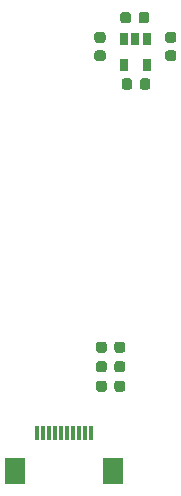
<source format=gbr>
%TF.GenerationSoftware,KiCad,Pcbnew,5.1.7-a382d34a8~88~ubuntu20.04.1*%
%TF.CreationDate,2020-12-22T17:38:33+00:00*%
%TF.ProjectId,DisplayBreakoutBoard,44697370-6c61-4794-9272-65616b6f7574,v1*%
%TF.SameCoordinates,Original*%
%TF.FileFunction,Paste,Top*%
%TF.FilePolarity,Positive*%
%FSLAX46Y46*%
G04 Gerber Fmt 4.6, Leading zero omitted, Abs format (unit mm)*
G04 Created by KiCad (PCBNEW 5.1.7-a382d34a8~88~ubuntu20.04.1) date 2020-12-22 17:38:33*
%MOMM*%
%LPD*%
G01*
G04 APERTURE LIST*
%ADD10R,0.650000X1.060000*%
%ADD11R,1.800000X2.200000*%
%ADD12R,0.300000X1.300000*%
G04 APERTURE END LIST*
%TO.C,C1*%
G36*
G01*
X69050000Y-44625000D02*
X68550000Y-44625000D01*
G75*
G02*
X68325000Y-44400000I0J225000D01*
G01*
X68325000Y-43950000D01*
G75*
G02*
X68550000Y-43725000I225000J0D01*
G01*
X69050000Y-43725000D01*
G75*
G02*
X69275000Y-43950000I0J-225000D01*
G01*
X69275000Y-44400000D01*
G75*
G02*
X69050000Y-44625000I-225000J0D01*
G01*
G37*
G36*
G01*
X69050000Y-43075000D02*
X68550000Y-43075000D01*
G75*
G02*
X68325000Y-42850000I0J225000D01*
G01*
X68325000Y-42400000D01*
G75*
G02*
X68550000Y-42175000I225000J0D01*
G01*
X69050000Y-42175000D01*
G75*
G02*
X69275000Y-42400000I0J-225000D01*
G01*
X69275000Y-42850000D01*
G75*
G02*
X69050000Y-43075000I-225000J0D01*
G01*
G37*
%TD*%
%TO.C,C2*%
G36*
G01*
X63050000Y-43075000D02*
X62550000Y-43075000D01*
G75*
G02*
X62325000Y-42850000I0J225000D01*
G01*
X62325000Y-42400000D01*
G75*
G02*
X62550000Y-42175000I225000J0D01*
G01*
X63050000Y-42175000D01*
G75*
G02*
X63275000Y-42400000I0J-225000D01*
G01*
X63275000Y-42850000D01*
G75*
G02*
X63050000Y-43075000I-225000J0D01*
G01*
G37*
G36*
G01*
X63050000Y-44625000D02*
X62550000Y-44625000D01*
G75*
G02*
X62325000Y-44400000I0J225000D01*
G01*
X62325000Y-43950000D01*
G75*
G02*
X62550000Y-43725000I225000J0D01*
G01*
X63050000Y-43725000D01*
G75*
G02*
X63275000Y-43950000I0J-225000D01*
G01*
X63275000Y-44400000D01*
G75*
G02*
X63050000Y-44625000I-225000J0D01*
G01*
G37*
%TD*%
%TO.C,C3*%
G36*
G01*
X64525000Y-41200000D02*
X64525000Y-40700000D01*
G75*
G02*
X64750000Y-40475000I225000J0D01*
G01*
X65200000Y-40475000D01*
G75*
G02*
X65425000Y-40700000I0J-225000D01*
G01*
X65425000Y-41200000D01*
G75*
G02*
X65200000Y-41425000I-225000J0D01*
G01*
X64750000Y-41425000D01*
G75*
G02*
X64525000Y-41200000I0J225000D01*
G01*
G37*
G36*
G01*
X66075000Y-41200000D02*
X66075000Y-40700000D01*
G75*
G02*
X66300000Y-40475000I225000J0D01*
G01*
X66750000Y-40475000D01*
G75*
G02*
X66975000Y-40700000I0J-225000D01*
G01*
X66975000Y-41200000D01*
G75*
G02*
X66750000Y-41425000I-225000J0D01*
G01*
X66300000Y-41425000D01*
G75*
G02*
X66075000Y-41200000I0J225000D01*
G01*
G37*
%TD*%
%TO.C,C4*%
G36*
G01*
X66175000Y-46825000D02*
X66175000Y-46325000D01*
G75*
G02*
X66400000Y-46100000I225000J0D01*
G01*
X66850000Y-46100000D01*
G75*
G02*
X67075000Y-46325000I0J-225000D01*
G01*
X67075000Y-46825000D01*
G75*
G02*
X66850000Y-47050000I-225000J0D01*
G01*
X66400000Y-47050000D01*
G75*
G02*
X66175000Y-46825000I0J225000D01*
G01*
G37*
G36*
G01*
X64625000Y-46825000D02*
X64625000Y-46325000D01*
G75*
G02*
X64850000Y-46100000I225000J0D01*
G01*
X65300000Y-46100000D01*
G75*
G02*
X65525000Y-46325000I0J-225000D01*
G01*
X65525000Y-46825000D01*
G75*
G02*
X65300000Y-47050000I-225000J0D01*
G01*
X64850000Y-47050000D01*
G75*
G02*
X64625000Y-46825000I0J225000D01*
G01*
G37*
%TD*%
%TO.C,C5*%
G36*
G01*
X63375000Y-68600000D02*
X63375000Y-69100000D01*
G75*
G02*
X63150000Y-69325000I-225000J0D01*
G01*
X62700000Y-69325000D01*
G75*
G02*
X62475000Y-69100000I0J225000D01*
G01*
X62475000Y-68600000D01*
G75*
G02*
X62700000Y-68375000I225000J0D01*
G01*
X63150000Y-68375000D01*
G75*
G02*
X63375000Y-68600000I0J-225000D01*
G01*
G37*
G36*
G01*
X64925000Y-68600000D02*
X64925000Y-69100000D01*
G75*
G02*
X64700000Y-69325000I-225000J0D01*
G01*
X64250000Y-69325000D01*
G75*
G02*
X64025000Y-69100000I0J225000D01*
G01*
X64025000Y-68600000D01*
G75*
G02*
X64250000Y-68375000I225000J0D01*
G01*
X64700000Y-68375000D01*
G75*
G02*
X64925000Y-68600000I0J-225000D01*
G01*
G37*
%TD*%
%TO.C,C6*%
G36*
G01*
X62475000Y-70750000D02*
X62475000Y-70250000D01*
G75*
G02*
X62700000Y-70025000I225000J0D01*
G01*
X63150000Y-70025000D01*
G75*
G02*
X63375000Y-70250000I0J-225000D01*
G01*
X63375000Y-70750000D01*
G75*
G02*
X63150000Y-70975000I-225000J0D01*
G01*
X62700000Y-70975000D01*
G75*
G02*
X62475000Y-70750000I0J225000D01*
G01*
G37*
G36*
G01*
X64025000Y-70750000D02*
X64025000Y-70250000D01*
G75*
G02*
X64250000Y-70025000I225000J0D01*
G01*
X64700000Y-70025000D01*
G75*
G02*
X64925000Y-70250000I0J-225000D01*
G01*
X64925000Y-70750000D01*
G75*
G02*
X64700000Y-70975000I-225000J0D01*
G01*
X64250000Y-70975000D01*
G75*
G02*
X64025000Y-70750000I0J225000D01*
G01*
G37*
%TD*%
%TO.C,C7*%
G36*
G01*
X62475000Y-72400000D02*
X62475000Y-71900000D01*
G75*
G02*
X62700000Y-71675000I225000J0D01*
G01*
X63150000Y-71675000D01*
G75*
G02*
X63375000Y-71900000I0J-225000D01*
G01*
X63375000Y-72400000D01*
G75*
G02*
X63150000Y-72625000I-225000J0D01*
G01*
X62700000Y-72625000D01*
G75*
G02*
X62475000Y-72400000I0J225000D01*
G01*
G37*
G36*
G01*
X64025000Y-72400000D02*
X64025000Y-71900000D01*
G75*
G02*
X64250000Y-71675000I225000J0D01*
G01*
X64700000Y-71675000D01*
G75*
G02*
X64925000Y-71900000I0J-225000D01*
G01*
X64925000Y-72400000D01*
G75*
G02*
X64700000Y-72625000I-225000J0D01*
G01*
X64250000Y-72625000D01*
G75*
G02*
X64025000Y-72400000I0J225000D01*
G01*
G37*
%TD*%
D10*
%TO.C,IC1*%
X66750000Y-42725000D03*
X65800000Y-42725000D03*
X64850000Y-42725000D03*
X64850000Y-44925000D03*
X66750000Y-44925000D03*
%TD*%
D11*
%TO.C,J2*%
X63900000Y-79350000D03*
X55600000Y-79350000D03*
D12*
X62000000Y-76100000D03*
X61500000Y-76100000D03*
X61000000Y-76100000D03*
X60500000Y-76100000D03*
X60000000Y-76100000D03*
X59500000Y-76100000D03*
X59000000Y-76100000D03*
X58500000Y-76100000D03*
X58000000Y-76100000D03*
X57500000Y-76100000D03*
%TD*%
M02*

</source>
